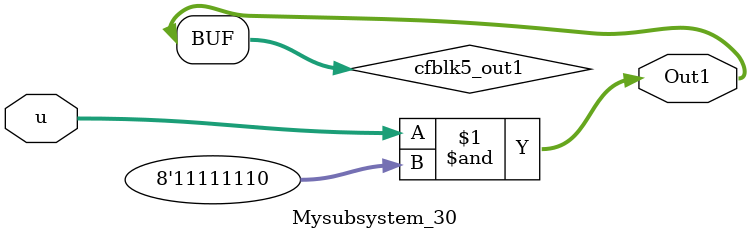
<source format=v>



`timescale 1 ns / 1 ns

module Mysubsystem_30
          (u,
           Out1);


  input   [7:0] u;  // uint8
  output  [7:0] Out1;  // uint8


  wire [7:0] cfblk5_out1;  // uint8


  assign cfblk5_out1 = u & 8'b11111110;



  assign Out1 = cfblk5_out1;

endmodule  // Mysubsystem_30


</source>
